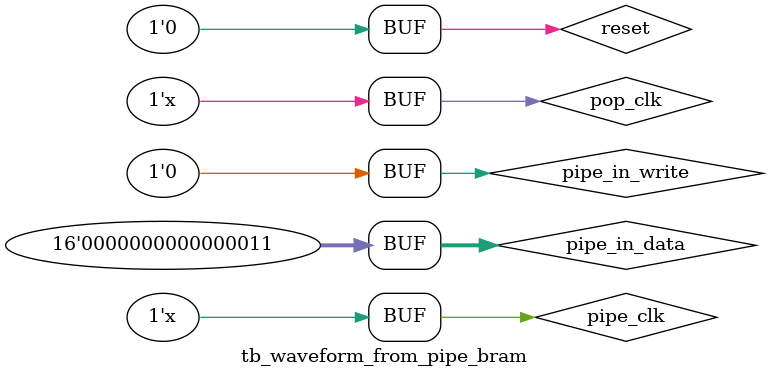
<source format=v>
`timescale 1ns / 1ps
module tb_waveform_from_pipe_bram(
    );

reg reset;
reg pipe_clk;
reg pipe_in_write;
reg [15:0] pipe_in_data;
reg pop_clk;
wire [31:0] wave;
wire [10:0] pipe_addr;
wire [10:1] pop_addr;

initial
    begin 
        reset = 0;
        pipe_clk = 0;
        pipe_in_write = 0;
        pipe_in_data = 16'd0;
        pop_clk = 0;
        
        #2 reset = 1;
        #4 reset = 0;
        
        #4
        pipe_in_write = 1;
        pipe_in_data = 16'd0;
        #2
        pipe_in_data = 16'd1;
        #2 pipe_in_data = 16'd0;
        #2 pipe_in_data = 16'd2;
        #2 pipe_in_data = 16'd0;
        #2 pipe_in_data = 16'd3;
        #1 pipe_in_write = 0;
        
        #1 reset = 1;
        #2 reset = 0;
        
        
    end
    
always #1 pipe_clk = ~pipe_clk;
always #1 pop_clk = ~pop_clk;
    

    


 waveform_from_pipe_bram    generator(
                                .reset(reset),
                                .pipe_clk(pipe_clk),
                                .pipe_in_write(pipe_in_write),
                                .pipe_in_data(pipe_in_data),
                                .pop_clk(pop_clk),
                                .wave(wave),
                                
                                .pipe_addr(pipe_addr),
                                .pop_addr(pop_addr)
    );


endmodule

</source>
